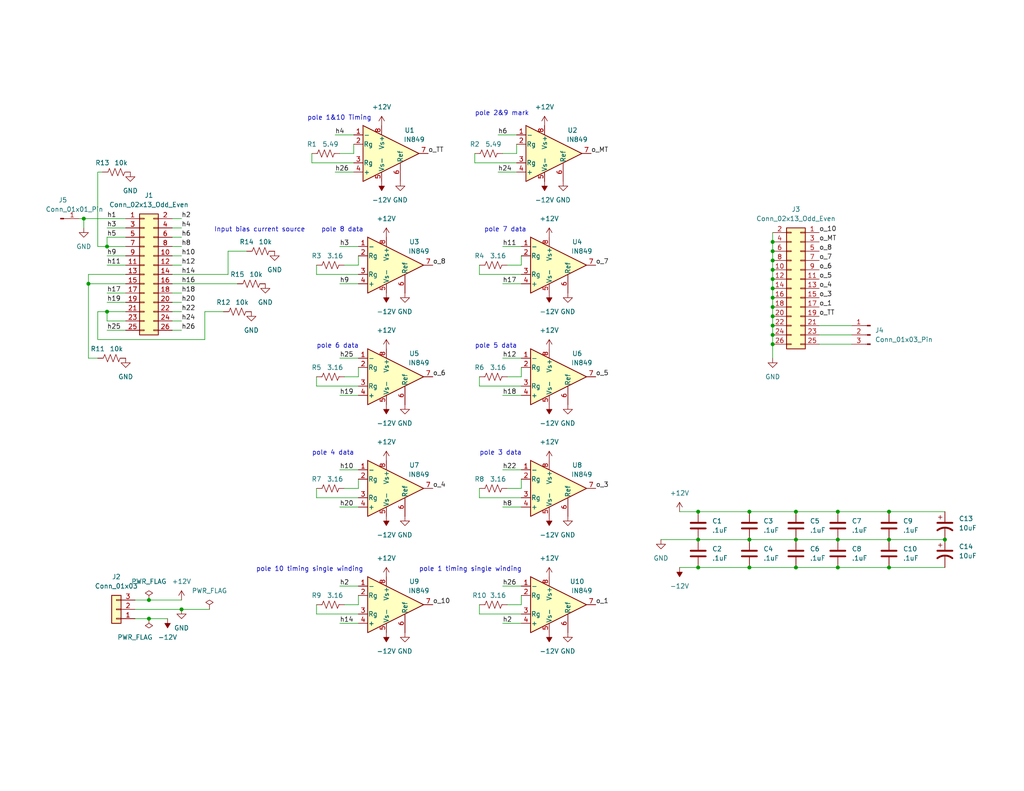
<source format=kicad_sch>
(kicad_sch (version 20250114) (generator "eeschema") (generator_version "9.0")
  (paper "USLetter")
  (lib_symbols
    (symbol "Amplifier_Instrumentation:AD8236" (pin_names (offset 0.127))
      (property "Reference" "U" (at 3.81 7.62 0))
      (property "Value" "AD8236" (at 3.81 5.08 0))
      (symbol "AD8236_0_1"
        (polyline (pts (xy -7.62 7.62) (xy -7.62 -7.62) (xy 7.62 0) (xy -7.62 7.62)) (stroke (width 0.254)) (fill (type background)))
      )
      (symbol "AD8236_1_1"
        (pin input line (at -10.16 5.08 0) (length 2.54) (name "-") (number "1"))
        (pin passive line (at -10.16 2.54 0) (length 2.54) (name "Rg") (number "2"))
        (pin passive line (at -10.16 -2.54 0) (length 2.54) (name "Rg") (number "3"))
        (pin input line (at -10.16 -5.08 0) (length 2.54) (name "+") (number "4"))
        (pin power_in line (at -2.54 7.62 270) (length 2.54) (name "Vs+") (number "8"))
        (pin power_in line (at -2.54 -7.62 90) (length 2.54) (name "Vs-") (number "5"))
        (pin passive line (at 2.54 -7.62 90) (length 5.08) (name "Ref") (number "6"))
        (pin output line (at 10.16 0 180) (length 2.54) (name "~") (number "7"))
      )
    )
    (symbol "Connector:Conn_01x01_Pin" (pin_names (offset 1.016) (hide yes))
      (property "Reference" "J" (at 0 2.54 0))
      (property "Value" "Conn_01x01_Pin" (at 0 -2.54 0))
      (symbol "Conn_01x01_Pin_1_1"
        (rectangle (start 0.8636 0.127) (end 0 -0.127) (stroke (width 0.1524)) (fill (type outline)))
        (polyline (pts (xy 1.27 0) (xy 0.8636 0)) (stroke (width 0.1524)))
        (pin passive line (at 5.08 0 180) (length 3.81) (name "Pin_1") (number "1"))
      )
    )
    (symbol "Connector:Conn_01x03_Pin" (pin_names (offset 1.016) (hide yes))
      (property "Reference" "J" (at 0 5.08 0))
      (property "Value" "Conn_01x03_Pin" (at 0 -5.08 0))
      (symbol "Conn_01x03_Pin_1_1"
        (rectangle (start 0.8636 2.667) (end 0 2.413) (stroke (width 0.1524)) (fill (type outline)))
        (rectangle (start 0.8636 0.127) (end 0 -0.127) (stroke (width 0.1524)) (fill (type outline)))
        (rectangle (start 0.8636 -2.413) (end 0 -2.667) (stroke (width 0.1524)) (fill (type outline)))
        (polyline (pts (xy 1.27 2.54) (xy 0.8636 2.54)) (stroke (width 0.1524)))
        (polyline (pts (xy 1.27 0) (xy 0.8636 0)) (stroke (width 0.1524)))
        (polyline (pts (xy 1.27 -2.54) (xy 0.8636 -2.54)) (stroke (width 0.1524)))
        (pin passive line (at 5.08 2.54 180) (length 3.81) (name "Pin_1") (number "1"))
        (pin passive line (at 5.08 0 180) (length 3.81) (name "Pin_2") (number "2"))
        (pin passive line (at 5.08 -2.54 180) (length 3.81) (name "Pin_3") (number "3"))
      )
    )
    (symbol "Connector_Generic:Conn_01x03" (pin_names (offset 1.016) (hide yes))
      (property "Reference" "J" (at 0 5.08 0))
      (property "Value" "Conn_01x03" (at 0 -5.08 0))
      (symbol "Conn_01x03_1_1"
        (rectangle (start -1.27 3.81) (end 1.27 -3.81) (stroke (width 0.254)) (fill (type background)))
        (rectangle (start -1.27 2.667) (end 0 2.413) (stroke (width 0.1524)))
        (rectangle (start -1.27 0.127) (end 0 -0.127) (stroke (width 0.1524)))
        (rectangle (start -1.27 -2.413) (end 0 -2.667) (stroke (width 0.1524)))
        (pin passive line (at -5.08 2.54 0) (length 3.81) (name "Pin_1") (number "1"))
        (pin passive line (at -5.08 0 0) (length 3.81) (name "Pin_2") (number "2"))
        (pin passive line (at -5.08 -2.54 0) (length 3.81) (name "Pin_3") (number "3"))
      )
    )
    (symbol "Connector_Generic:Conn_02x13_Odd_Even" (pin_names (offset 1.016) (hide yes))
      (property "Reference" "J" (at 1.27 17.78 0))
      (property "Value" "Conn_02x13_Odd_Even" (at 1.27 -17.78 0))
      (symbol "Conn_02x13_Odd_Even_1_1"
        (rectangle (start -1.27 16.51) (end 3.81 -16.51) (stroke (width 0.254)) (fill (type background)))
        (rectangle (start -1.27 15.367) (end 0 15.113) (stroke (width 0.1524)))
        (rectangle (start -1.27 12.827) (end 0 12.573) (stroke (width 0.1524)))
        (rectangle (start -1.27 10.287) (end 0 10.033) (stroke (width 0.1524)))
        (rectangle (start -1.27 7.747) (end 0 7.493) (stroke (width 0.1524)))
        (rectangle (start -1.27 5.207) (end 0 4.953) (stroke (width 0.1524)))
        (rectangle (start -1.27 2.667) (end 0 2.413) (stroke (width 0.1524)))
        (rectangle (start -1.27 0.127) (end 0 -0.127) (stroke (width 0.1524)))
        (rectangle (start -1.27 -2.413) (end 0 -2.667) (stroke (width 0.1524)))
        (rectangle (start -1.27 -4.953) (end 0 -5.207) (stroke (width 0.1524)))
        (rectangle (start -1.27 -7.493) (end 0 -7.747) (stroke (width 0.1524)))
        (rectangle (start -1.27 -10.033) (end 0 -10.287) (stroke (width 0.1524)))
        (rectangle (start -1.27 -12.573) (end 0 -12.827) (stroke (width 0.1524)))
        (rectangle (start -1.27 -15.113) (end 0 -15.367) (stroke (width 0.1524)))
        (rectangle (start 3.81 15.367) (end 2.54 15.113) (stroke (width 0.1524)))
        (rectangle (start 3.81 12.827) (end 2.54 12.573) (stroke (width 0.1524)))
        (rectangle (start 3.81 10.287) (end 2.54 10.033) (stroke (width 0.1524)))
        (rectangle (start 3.81 7.747) (end 2.54 7.493) (stroke (width 0.1524)))
        (rectangle (start 3.81 5.207) (end 2.54 4.953) (stroke (width 0.1524)))
        (rectangle (start 3.81 2.667) (end 2.54 2.413) (stroke (width 0.1524)))
        (rectangle (start 3.81 0.127) (end 2.54 -0.127) (stroke (width 0.1524)))
        (rectangle (start 3.81 -2.413) (end 2.54 -2.667) (stroke (width 0.1524)))
        (rectangle (start 3.81 -4.953) (end 2.54 -5.207) (stroke (width 0.1524)))
        (rectangle (start 3.81 -7.493) (end 2.54 -7.747) (stroke (width 0.1524)))
        (rectangle (start 3.81 -10.033) (end 2.54 -10.287) (stroke (width 0.1524)))
        (rectangle (start 3.81 -12.573) (end 2.54 -12.827) (stroke (width 0.1524)))
        (rectangle (start 3.81 -15.113) (end 2.54 -15.367) (stroke (width 0.1524)))
        (pin passive line (at -5.08 15.24 0) (length 3.81) (name "Pin_1") (number "1"))
        (pin passive line (at -5.08 12.7 0) (length 3.81) (name "Pin_3") (number "3"))
        (pin passive line (at -5.08 10.16 0) (length 3.81) (name "Pin_5") (number "5"))
        (pin passive line (at -5.08 7.62 0) (length 3.81) (name "Pin_7") (number "7"))
        (pin passive line (at -5.08 5.08 0) (length 3.81) (name "Pin_9") (number "9"))
        (pin passive line (at -5.08 2.54 0) (length 3.81) (name "Pin_11") (number "11"))
        (pin passive line (at -5.08 0 0) (length 3.81) (name "Pin_13") (number "13"))
        (pin passive line (at -5.08 -2.54 0) (length 3.81) (name "Pin_15") (number "15"))
        (pin passive line (at -5.08 -5.08 0) (length 3.81) (name "Pin_17") (number "17"))
        (pin passive line (at -5.08 -7.62 0) (length 3.81) (name "Pin_19") (number "19"))
        (pin passive line (at -5.08 -10.16 0) (length 3.81) (name "Pin_21") (number "21"))
        (pin passive line (at -5.08 -12.7 0) (length 3.81) (name "Pin_23") (number "23"))
        (pin passive line (at -5.08 -15.24 0) (length 3.81) (name "Pin_25") (number "25"))
        (pin passive line (at 7.62 15.24 180) (length 3.81) (name "Pin_2") (number "2"))
        (pin passive line (at 7.62 12.7 180) (length 3.81) (name "Pin_4") (number "4"))
        (pin passive line (at 7.62 10.16 180) (length 3.81) (name "Pin_6") (number "6"))
        (pin passive line (at 7.62 7.62 180) (length 3.81) (name "Pin_8") (number "8"))
        (pin passive line (at 7.62 5.08 180) (length 3.81) (name "Pin_10") (number "10"))
        (pin passive line (at 7.62 2.54 180) (length 3.81) (name "Pin_12") (number "12"))
        (pin passive line (at 7.62 0 180) (length 3.81) (name "Pin_14") (number "14"))
        (pin passive line (at 7.62 -2.54 180) (length 3.81) (name "Pin_16") (number "16"))
        (pin passive line (at 7.62 -5.08 180) (length 3.81) (name "Pin_18") (number "18"))
        (pin passive line (at 7.62 -7.62 180) (length 3.81) (name "Pin_20") (number "20"))
        (pin passive line (at 7.62 -10.16 180) (length 3.81) (name "Pin_22") (number "22"))
        (pin passive line (at 7.62 -12.7 180) (length 3.81) (name "Pin_24") (number "24"))
        (pin passive line (at 7.62 -15.24 180) (length 3.81) (name "Pin_26") (number "26"))
      )
    )
    (symbol "Device:C" (pin_numbers (hide yes)) (pin_names (offset 0.254))
      (property "Reference" "C" (at 0.635 2.54 0))
      (property "Value" "C" (at 0.635 -2.54 0))
      (symbol "C_0_1"
        (polyline (pts (xy -2.032 0.762) (xy 2.032 0.762)) (stroke (width 0.508)))
        (polyline (pts (xy -2.032 -0.762) (xy 2.032 -0.762)) (stroke (width 0.508)))
      )
      (symbol "C_1_1"
        (pin passive line (at 0 3.81 270) (length 2.794) (name "~") (number "1"))
        (pin passive line (at 0 -3.81 90) (length 2.794) (name "~") (number "2"))
      )
    )
    (symbol "Device:C_Polarized_US" (pin_numbers (hide yes)) (pin_names (offset 0.254) (hide yes))
      (property "Reference" "C" (at 0.635 2.54 0))
      (property "Value" "C_Polarized_US" (at 0.635 -2.54 0))
      (symbol "C_Polarized_US_0_1"
        (polyline (pts (xy -2.032 0.762) (xy 2.032 0.762)) (stroke (width 0.508)))
        (polyline (pts (xy -1.778 2.286) (xy -0.762 2.286)))
        (polyline (pts (xy -1.27 1.778) (xy -1.27 2.794)))
        (arc (start -2.032 -1.27) (mid 0 -0.5572) (end 2.032 -1.27) (stroke (width 0.508)))
      )
      (symbol "C_Polarized_US_1_1"
        (pin passive line (at 0 3.81 270) (length 2.794) (name "~") (number "1"))
        (pin passive line (at 0 -3.81 90) (length 3.302) (name "~") (number "2"))
      )
    )
    (symbol "Device:R_US" (pin_numbers (hide yes)) (pin_names (offset 0))
      (property "Reference" "R" (at 2.54 0 90))
      (property "Value" "R_US" (at -2.54 0 90))
      (symbol "R_US_0_1"
        (polyline (pts (xy 0 2.286) (xy 0 2.54)))
        (polyline (pts (xy 0 2.286) (xy 1.016 1.905) (xy 0 1.524) (xy -1.016 1.143) (xy 0 0.762)))
        (polyline (pts (xy 0 0.762) (xy 1.016 0.381) (xy 0 0) (xy -1.016 -0.381) (xy 0 -0.762)))
        (polyline (pts (xy 0 -0.762) (xy 1.016 -1.143) (xy 0 -1.524) (xy -1.016 -1.905) (xy 0 -2.286)))
        (polyline (pts (xy 0 -2.286) (xy 0 -2.54)))
      )
      (symbol "R_US_1_1"
        (pin passive line (at 0 3.81 270) (length 1.27) (name "~") (number "1"))
        (pin passive line (at 0 -3.81 90) (length 1.27) (name "~") (number "2"))
      )
    )
    (symbol "GND_1" (power) (pin_numbers (hide yes)) (pin_names (offset 0) (hide yes))
      (property "Value" "GND" (at 0 -3.81 0))
      (symbol "GND_1_0_1"
        (polyline (pts (xy 0 0) (xy 0 -1.27) (xy 1.27 -1.27) (xy 0 -2.54) (xy -1.27 -1.27) (xy 0 -1.27)))
      )
      (symbol "GND_1_1_1"
        (pin power_in line (at 0 0 270) (length 0) (name "~") (number "1"))
      )
    )
    (symbol "power:+12V" (power) (pin_names (offset 0))
      (property "Value" "+12V" (at 0 3.556 0))
      (symbol "+12V_0_1"
        (polyline (pts (xy -0.762 1.27) (xy 0 2.54)))
        (polyline (pts (xy 0 2.54) (xy 0.762 1.27)))
        (polyline (pts (xy 0 0) (xy 0 2.54)))
      )
      (symbol "+12V_1_1"
        (pin power_in line (at 0 0 90) (length 0) (hide yes) (name "+12V") (number "1"))
      )
    )
    (symbol "power:-12V" (power) (pin_names (offset 0))
      (property "Value" "-12V" (at 0 3.81 0))
      (symbol "-12V_0_0"
        (pin power_in line (at 0 0 90) (length 0) (hide yes) (name "-12V") (number "1"))
      )
      (symbol "-12V_0_1"
        (polyline (pts (xy 0 0) (xy 0 1.27) (xy 0.762 1.27) (xy 0 2.54) (xy -0.762 1.27) (xy 0 1.27)) (fill (type outline)))
      )
    )
    (symbol "power:GND" (power) (pin_names (offset 0))
      (property "Value" "GND" (at 0 -3.81 0))
      (symbol "GND_0_1"
        (polyline (pts (xy 0 0) (xy 0 -1.27) (xy 1.27 -1.27) (xy 0 -2.54) (xy -1.27 -1.27) (xy 0 -1.27)))
      )
      (symbol "GND_1_1"
        (pin power_in line (at 0 0 270) (length 0) (hide yes) (name "GND") (number "1"))
      )
    )
    (symbol "power:PWR_FLAG" (power) (pin_numbers (hide yes)) (pin_names (offset 0) (hide yes))
      (property "Value" "PWR_FLAG" (at 0 3.81 0))
      (symbol "PWR_FLAG_0_0"
        (pin power_out line (at 0 0 90) (length 0) (name "pwr") (number "1"))
      )
      (symbol "PWR_FLAG_0_1"
        (polyline (pts (xy 0 0) (xy 0 1.27) (xy -1.016 1.905) (xy 0 2.54) (xy 1.016 1.905) (xy 0 1.27)))
      )
    )
  )
  (text "Input bias current source" (at 58.42 63.5 0) (effects (font (size 1.27 1.27)) (justify left bottom)))
  (text "pole 3 data" (at 130.81 124.46 0) (effects (font (size 1.27 1.27)) (justify left bottom)))
  (text "pole 7 data" (at 132.08 63.5 0) (effects (font (size 1.27 1.27)) (justify left bottom)))
  (text "pole 6 data" (at 86.36 95.25 0) (effects (font (size 1.27 1.27)) (justify left bottom)))
  (text "pole 1&10 Timing\n" (at 83.82 33.02 0) (effects (font (size 1.27 1.27)) (justify left bottom)))
  (text "pole 10 timing single winding\n" (at 69.85 156.21 0) (effects (font (size 1.27 1.27)) (justify left bottom)))
  (text "pole 2&9 mark\n" (at 129.54 31.75 0) (effects (font (size 1.27 1.27)) (justify left bottom)))
  (text "pole 8 data" (at 87.63 63.5 0) (effects (font (size 1.27 1.27)) (justify left bottom)))
  (text "pole 1 timing single winding\n" (at 114.3 156.21 0) (effects (font (size 1.27 1.27)) (justify left bottom)))
  (text "pole 5 data" (at 129.54 95.25 0) (effects (font (size 1.27 1.27)) (justify left bottom)))
  (text "pole 4 data" (at 85.09 124.46 0) (effects (font (size 1.27 1.27)) (justify left bottom)))
  (junction (at 24.13 77.47))
  (junction (at 210.82 81.28))
  (junction (at 190.5 154.94))
  (junction (at 210.82 71.12))
  (junction (at 257.81 147.32))
  (junction (at 40.64 168.91))
  (junction (at 242.57 139.7))
  (junction (at 210.82 88.9))
  (junction (at 204.47 139.7))
  (junction (at 210.82 76.2))
  (junction (at 242.57 154.94))
  (junction (at 49.53 166.37))
  (junction (at 210.82 83.82))
  (junction (at 210.82 93.98))
  (junction (at 204.47 147.32))
  (junction (at 190.5 147.32))
  (junction (at 228.6 147.32))
  (junction (at 228.6 139.7))
  (junction (at 29.21 85.09))
  (junction (at 228.6 154.94))
  (junction (at 210.82 68.58))
  (junction (at 210.82 73.66))
  (junction (at 204.47 154.94))
  (junction (at 210.82 78.74))
  (junction (at 22.86 59.69))
  (junction (at 242.57 147.32))
  (junction (at 217.17 147.32))
  (junction (at 190.5 139.7))
  (junction (at 210.82 86.36))
  (junction (at 29.21 67.31))
  (junction (at 210.82 91.44))
  (junction (at 40.64 163.83))
  (junction (at 210.82 66.04))
  (junction (at 217.17 154.94))
  (junction (at 217.17 139.7))
  (wire (pts (xy 204.47 139.7) (xy 217.17 139.7)))
  (wire (pts (xy 93.98 102.87) (xy 97.79 102.87)))
  (wire (pts (xy 24.13 77.47) (xy 34.29 77.47)))
  (wire (pts (xy 210.82 71.12) (xy 210.82 73.66)))
  (wire (pts (xy 46.99 72.39) (xy 49.53 72.39)))
  (wire (pts (xy 138.43 165.1) (xy 142.24 165.1)))
  (wire (pts (xy 29.21 80.01) (xy 34.29 80.01)))
  (wire (pts (xy 91.44 36.83) (xy 96.52 36.83)))
  (wire (pts (xy 91.44 46.99) (xy 96.52 46.99)))
  (wire (pts (xy 138.43 133.35) (xy 142.24 133.35)))
  (wire (pts (xy 62.23 68.58) (xy 67.31 68.58)))
  (wire (pts (xy 29.21 87.63) (xy 34.29 87.63)))
  (wire (pts (xy 210.82 81.28) (xy 210.82 83.82)))
  (wire (pts (xy 210.82 63.5) (xy 210.82 66.04)))
  (wire (pts (xy 92.71 138.43) (xy 97.79 138.43)))
  (wire (pts (xy 242.57 154.94) (xy 257.81 154.94)))
  (wire (pts (xy 26.67 67.31) (xy 29.21 67.31)))
  (wire (pts (xy 46.99 69.85) (xy 49.53 69.85)))
  (wire (pts (xy 135.89 36.83) (xy 140.97 36.83)))
  (wire (pts (xy 138.43 102.87) (xy 142.24 102.87)))
  (wire (pts (xy 46.99 87.63) (xy 49.53 87.63)))
  (wire (pts (xy 210.82 78.74) (xy 210.82 81.28)))
  (wire (pts (xy 97.79 133.35) (xy 97.79 130.81)))
  (wire (pts (xy 24.13 97.79) (xy 26.67 97.79)))
  (wire (pts (xy 185.42 154.94) (xy 190.5 154.94)))
  (wire (pts (xy 86.36 167.64) (xy 86.36 165.1)))
  (wire (pts (xy 24.13 77.47) (xy 24.13 97.79)))
  (wire (pts (xy 26.67 85.09) (xy 29.21 85.09)))
  (wire (pts (xy 46.99 62.23) (xy 49.53 62.23)))
  (wire (pts (xy 130.81 105.41) (xy 130.81 102.87)))
  (wire (pts (xy 36.83 163.83) (xy 40.64 163.83)))
  (wire (pts (xy 46.99 74.93) (xy 62.23 74.93)))
  (wire (pts (xy 97.79 135.89) (xy 86.36 135.89)))
  (wire (pts (xy 62.23 74.93) (xy 62.23 68.58)))
  (wire (pts (xy 190.5 139.7) (xy 204.47 139.7)))
  (wire (pts (xy 29.21 85.09) (xy 29.21 87.63)))
  (wire (pts (xy 29.21 69.85) (xy 34.29 69.85)))
  (wire (pts (xy 92.71 41.91) (xy 96.52 41.91)))
  (wire (pts (xy 22.86 59.69) (xy 34.29 59.69)))
  (wire (pts (xy 92.71 170.18) (xy 97.79 170.18)))
  (wire (pts (xy 210.82 91.44) (xy 210.82 93.98)))
  (wire (pts (xy 92.71 107.95) (xy 97.79 107.95)))
  (wire (pts (xy 97.79 105.41) (xy 86.36 105.41)))
  (wire (pts (xy 92.71 77.47) (xy 97.79 77.47)))
  (wire (pts (xy 130.81 74.93) (xy 130.81 72.39)))
  (wire (pts (xy 55.88 85.09) (xy 60.96 85.09)))
  (wire (pts (xy 55.88 85.09) (xy 55.88 92.71)))
  (wire (pts (xy 140.97 41.91) (xy 140.97 39.37)))
  (wire (pts (xy 46.99 85.09) (xy 49.53 85.09)))
  (wire (pts (xy 228.6 147.32) (xy 242.57 147.32)))
  (wire (pts (xy 29.21 64.77) (xy 34.29 64.77)))
  (wire (pts (xy 185.42 139.7) (xy 190.5 139.7)))
  (wire (pts (xy 142.24 135.89) (xy 130.81 135.89)))
  (wire (pts (xy 55.88 92.71) (xy 26.67 92.71)))
  (wire (pts (xy 29.21 62.23) (xy 34.29 62.23)))
  (wire (pts (xy 204.47 154.94) (xy 217.17 154.94)))
  (wire (pts (xy 142.24 102.87) (xy 142.24 100.33)))
  (wire (pts (xy 210.82 83.82) (xy 210.82 86.36)))
  (wire (pts (xy 29.21 67.31) (xy 34.29 67.31)))
  (wire (pts (xy 46.99 64.77) (xy 49.53 64.77)))
  (wire (pts (xy 138.43 72.39) (xy 142.24 72.39)))
  (wire (pts (xy 86.36 74.93) (xy 86.36 72.39)))
  (wire (pts (xy 29.21 64.77) (xy 29.21 67.31)))
  (wire (pts (xy 242.57 139.7) (xy 257.81 139.7)))
  (wire (pts (xy 137.16 97.79) (xy 142.24 97.79)))
  (wire (pts (xy 92.71 97.79) (xy 97.79 97.79)))
  (wire (pts (xy 210.82 68.58) (xy 210.82 71.12)))
  (wire (pts (xy 137.16 77.47) (xy 142.24 77.47)))
  (wire (pts (xy 180.34 147.32) (xy 190.5 147.32)))
  (wire (pts (xy 93.98 165.1) (xy 97.79 165.1)))
  (wire (pts (xy 223.52 91.44) (xy 232.41 91.44)))
  (wire (pts (xy 217.17 154.94) (xy 228.6 154.94)))
  (wire (pts (xy 97.79 165.1) (xy 97.79 162.56)))
  (wire (pts (xy 223.52 88.9) (xy 232.41 88.9)))
  (wire (pts (xy 129.54 44.45) (xy 129.54 41.91)))
  (wire (pts (xy 29.21 72.39) (xy 34.29 72.39)))
  (wire (pts (xy 97.79 72.39) (xy 97.79 69.85)))
  (wire (pts (xy 96.52 44.45) (xy 85.09 44.45)))
  (wire (pts (xy 86.36 105.41) (xy 86.36 102.87)))
  (wire (pts (xy 40.64 168.91) (xy 45.72 168.91)))
  (wire (pts (xy 49.53 166.37) (xy 57.15 166.37)))
  (wire (pts (xy 93.98 72.39) (xy 97.79 72.39)))
  (wire (pts (xy 97.79 74.93) (xy 86.36 74.93)))
  (wire (pts (xy 26.67 92.71) (xy 26.67 85.09)))
  (wire (pts (xy 36.83 168.91) (xy 40.64 168.91)))
  (wire (pts (xy 92.71 160.02) (xy 97.79 160.02)))
  (wire (pts (xy 46.99 59.69) (xy 49.53 59.69)))
  (wire (pts (xy 228.6 154.94) (xy 242.57 154.94)))
  (wire (pts (xy 137.16 170.18) (xy 142.24 170.18)))
  (wire (pts (xy 46.99 80.01) (xy 49.53 80.01)))
  (wire (pts (xy 21.59 59.69) (xy 22.86 59.69)))
  (wire (pts (xy 130.81 135.89) (xy 130.81 133.35)))
  (wire (pts (xy 93.98 133.35) (xy 97.79 133.35)))
  (wire (pts (xy 223.52 93.98) (xy 232.41 93.98)))
  (wire (pts (xy 190.5 147.32) (xy 204.47 147.32)))
  (wire (pts (xy 85.09 44.45) (xy 85.09 41.91)))
  (wire (pts (xy 137.16 41.91) (xy 140.97 41.91)))
  (wire (pts (xy 137.16 107.95) (xy 142.24 107.95)))
  (wire (pts (xy 46.99 77.47) (xy 64.77 77.47)))
  (wire (pts (xy 29.21 82.55) (xy 34.29 82.55)))
  (wire (pts (xy 46.99 67.31) (xy 49.53 67.31)))
  (wire (pts (xy 26.67 46.99) (xy 26.67 67.31)))
  (wire (pts (xy 92.71 67.31) (xy 97.79 67.31)))
  (wire (pts (xy 210.82 88.9) (xy 210.82 91.44)))
  (wire (pts (xy 142.24 167.64) (xy 130.81 167.64)))
  (wire (pts (xy 210.82 73.66) (xy 210.82 76.2)))
  (wire (pts (xy 29.21 90.17) (xy 34.29 90.17)))
  (wire (pts (xy 210.82 76.2) (xy 210.82 78.74)))
  (wire (pts (xy 217.17 147.32) (xy 228.6 147.32)))
  (wire (pts (xy 46.99 82.55) (xy 49.53 82.55)))
  (wire (pts (xy 97.79 167.64) (xy 86.36 167.64)))
  (wire (pts (xy 210.82 93.98) (xy 210.82 97.79)))
  (wire (pts (xy 137.16 160.02) (xy 142.24 160.02)))
  (wire (pts (xy 36.83 166.37) (xy 49.53 166.37)))
  (wire (pts (xy 86.36 135.89) (xy 86.36 133.35)))
  (wire (pts (xy 96.52 41.91) (xy 96.52 39.37)))
  (wire (pts (xy 40.64 163.83) (xy 49.53 163.83)))
  (wire (pts (xy 142.24 133.35) (xy 142.24 130.81)))
  (wire (pts (xy 24.13 74.93) (xy 34.29 74.93)))
  (wire (pts (xy 137.16 138.43) (xy 142.24 138.43)))
  (wire (pts (xy 242.57 147.32) (xy 257.81 147.32)))
  (wire (pts (xy 135.89 46.99) (xy 140.97 46.99)))
  (wire (pts (xy 46.99 90.17) (xy 49.53 90.17)))
  (wire (pts (xy 140.97 44.45) (xy 129.54 44.45)))
  (wire (pts (xy 137.16 128.27) (xy 142.24 128.27)))
  (wire (pts (xy 142.24 165.1) (xy 142.24 162.56)))
  (wire (pts (xy 137.16 67.31) (xy 142.24 67.31)))
  (wire (pts (xy 204.47 147.32) (xy 217.17 147.32)))
  (wire (pts (xy 210.82 66.04) (xy 210.82 68.58)))
  (wire (pts (xy 26.67 46.99) (xy 27.94 46.99)))
  (wire (pts (xy 210.82 86.36) (xy 210.82 88.9)))
  (wire (pts (xy 92.71 128.27) (xy 97.79 128.27)))
  (wire (pts (xy 142.24 74.93) (xy 130.81 74.93)))
  (wire (pts (xy 190.5 154.94) (xy 204.47 154.94)))
  (wire (pts (xy 228.6 139.7) (xy 242.57 139.7)))
  (wire (pts (xy 142.24 72.39) (xy 142.24 69.85)))
  (wire (pts (xy 24.13 74.93) (xy 24.13 77.47)))
  (wire (pts (xy 29.21 85.09) (xy 34.29 85.09)))
  (wire (pts (xy 130.81 167.64) (xy 130.81 165.1)))
  (wire (pts (xy 97.79 102.87) (xy 97.79 100.33)))
  (wire (pts (xy 22.86 59.69) (xy 22.86 62.23)))
  (wire (pts (xy 217.17 139.7) (xy 228.6 139.7)))
  (wire (pts (xy 142.24 105.41) (xy 130.81 105.41)))
  (label "h20" (at 49.53 82.55 0))
  (label "h20" (at 92.71 138.43 0))
  (label "o_TT" (at 223.52 86.36 0))
  (label "h4" (at 49.53 62.23 0))
  (label "h24" (at 49.53 87.63 0))
  (label "h10" (at 92.71 128.27 0))
  (label "h17" (at 29.21 80.01 0))
  (label "o_MT" (at 223.52 66.04 0))
  (label "o_6" (at 118.11 102.87 0))
  (label "h3" (at 29.21 62.23 0))
  (label "h14" (at 92.71 170.18 0))
  (label "o_MT" (at 161.29 41.91 0))
  (label "h6" (at 49.53 64.77 0))
  (label "h25" (at 92.71 97.79 0))
  (label "h12" (at 137.16 97.79 0))
  (label "h8" (at 137.16 138.43 0))
  (label "h19" (at 92.71 107.95 0))
  (label "o_6" (at 223.52 73.66 0))
  (label "o_10" (at 118.11 165.1 0))
  (label "h4" (at 91.44 36.83 0))
  (label "o_7" (at 162.56 72.39 0))
  (label "h16" (at 49.53 77.47 0))
  (label "h11" (at 137.16 67.31 0))
  (label "h25" (at 29.21 90.17 0))
  (label "h9" (at 92.71 77.47 0))
  (label "h5" (at 29.21 64.77 0))
  (label "h6" (at 135.89 36.83 0))
  (label "h2" (at 137.16 170.18 0))
  (label "o_1" (at 223.52 83.82 0))
  (label "h1" (at 29.21 59.69 0))
  (label "o_4" (at 118.11 133.35 0))
  (label "o_5" (at 223.52 76.2 0))
  (label "h3" (at 92.71 67.31 0))
  (label "h26" (at 49.53 90.17 0))
  (label "o_8" (at 223.52 68.58 0))
  (label "o_1" (at 162.56 165.1 0))
  (label "o_5" (at 162.56 102.87 0))
  (label "h17" (at 137.16 77.47 0))
  (label "h12" (at 49.53 72.39 0))
  (label "h2" (at 92.71 160.02 0))
  (label "h9" (at 29.21 69.85 0))
  (label "h14" (at 49.53 74.93 0))
  (label "h2" (at 49.53 59.69 0))
  (label "o_TT" (at 116.84 41.91 0))
  (label "h26" (at 137.16 160.02 0))
  (label "o_10" (at 223.52 63.5 0))
  (label "h8" (at 49.53 67.31 0))
  (label "o_7" (at 223.52 71.12 0))
  (label "h26" (at 91.44 46.99 0))
  (label "h24" (at 135.89 46.99 0))
  (label "o_8" (at 118.11 72.39 0))
  (label "o_4" (at 223.52 78.74 0))
  (label "h18" (at 49.53 80.01 0))
  (label "h11" (at 29.21 72.39 0))
  (label "h19" (at 29.21 82.55 0))
  (label "h10" (at 49.53 69.85 0))
  (label "o_3" (at 223.52 81.28 0))
  (label "h18" (at 137.16 107.95 0))
  (label "h22" (at 137.16 128.27 0))
  (label "o_3" (at 162.56 133.35 0))
  (label "h22" (at 49.53 85.09 0))
  (symbol (lib_id "Amplifier_Instrumentation:AD8236") (at 107.95 165.1 0) (unit 1)
    (property "Reference" "U9" (at 113.03 158.75 0))
    (property "Value" "IN849" (at 114.3 161.29 0))
    (property "Footprint" "Library:VSSOP-8_3.0x3.0mm_P0.65mm-0.08space" (effects (hide yes)))
    (property "Datasheet" "https://www.ti.com/lit/ds/symlink/ina849.pdf?ts=1716794813326&ref_url=https%253A%252F%252Fwww.ti.com%252Faudio-ic%252Famplifiers%252Fmicrophone-preamplifiers%252Fproducts.html" (effects (hide yes)))
  )
  (symbol (lib_id "Device:C") (at 242.57 143.51 0) (unit 1)
    (property "Reference" "C9" (at 246.38 142.24 0) (effects (justify left)))
    (property "Value" ".1uF" (at 246.38 144.78 0) (effects (justify left)))
    (property "Footprint" "Capacitor_SMD:C_0805_2012Metric" (effects (hide yes)))
  )
  (symbol (lib_id "Device:R_US") (at 30.48 97.79 90) (unit 1)
    (property "Reference" "R11" (at 26.67 95.25 90))
    (property "Value" "10k" (at 31.75 95.25 90))
    (property "Footprint" "Resistor_SMD:R_0805_2012Metric" (effects (hide yes)))
  )
  (symbol (lib_id "Amplifier_Instrumentation:AD8236") (at 106.68 41.91 0) (unit 1)
    (property "Reference" "U1" (at 111.76 35.56 0))
    (property "Value" "IN849" (at 113.03 38.1 0))
    (property "Footprint" "Library:VSSOP-8_3.0x3.0mm_P0.65mm-0.08space" (effects (hide yes)))
    (property "Datasheet" "https://www.ti.com/lit/ds/symlink/ina849.pdf?ts=1716794813326&ref_url=https%253A%252F%252Fwww.ti.com%252Faudio-ic%252Famplifiers%252Fmicrophone-preamplifiers%252Fproducts.html" (effects (hide yes)))
  )
  (symbol (lib_id "Amplifier_Instrumentation:AD8236") (at 152.4 102.87 0) (unit 1)
    (property "Reference" "U6" (at 157.48 96.52 0))
    (property "Value" "IN849" (at 158.75 99.06 0))
    (property "Footprint" "Library:VSSOP-8_3.0x3.0mm_P0.65mm-0.08space" (effects (hide yes)))
    (property "Datasheet" "https://www.ti.com/lit/ds/symlink/ina849.pdf?ts=1716794813326&ref_url=https%253A%252F%252Fwww.ti.com%252Faudio-ic%252Famplifiers%252Fmicrophone-preamplifiers%252Fproducts.html" (effects (hide yes)))
  )
  (symbol (lib_id "power:+12V") (at 104.14 34.29 0) (unit 1)
    (property "Reference" "#PWR01" (effects (hide yes)))
    (property "Value" "+12V" (at 104.14 29.21 0))
  )
  (symbol (lib_id "Device:C") (at 217.17 143.51 0) (unit 1)
    (property "Reference" "C5" (at 220.98 142.24 0) (effects (justify left)))
    (property "Value" ".1uF" (at 220.98 144.78 0) (effects (justify left)))
    (property "Footprint" "Capacitor_SMD:C_0805_2012Metric" (effects (hide yes)))
  )
  (symbol (lib_id "Amplifier_Instrumentation:AD8236") (at 152.4 133.35 0) (unit 1)
    (property "Reference" "U8" (at 157.48 127 0))
    (property "Value" "IN849" (at 158.75 129.54 0))
    (property "Footprint" "Library:VSSOP-8_3.0x3.0mm_P0.65mm-0.08space" (effects (hide yes)))
    (property "Datasheet" "https://www.ti.com/lit/ds/symlink/ina849.pdf?ts=1716794813326&ref_url=https%253A%252F%252Fwww.ti.com%252Faudio-ic%252Famplifiers%252Fmicrophone-preamplifiers%252Fproducts.html" (effects (hide yes)))
  )
  (symbol (lib_id "power:GND") (at 154.94 80.01 0) (unit 1)
    (property "Reference" "#PWR012" (effects (hide yes)))
    (property "Value" "GND" (at 154.94 85.09 0))
  )
  (symbol (lib_id "Device:C") (at 228.6 151.13 0) (unit 1)
    (property "Reference" "C8" (at 232.41 149.86 0) (effects (justify left)))
    (property "Value" ".1uF" (at 232.41 152.4 0) (effects (justify left)))
    (property "Footprint" "Capacitor_SMD:C_0805_2012Metric" (effects (hide yes)))
  )
  (symbol (lib_id "Device:C") (at 190.5 143.51 0) (unit 1)
    (property "Reference" "C1" (at 194.31 142.24 0) (effects (justify left)))
    (property "Value" ".1uF" (at 194.31 144.78 0) (effects (justify left)))
    (property "Footprint" "Capacitor_SMD:C_0805_2012Metric" (effects (hide yes)))
  )
  (symbol (lib_id "power:GND") (at 154.94 140.97 0) (unit 1)
    (property "Reference" "#PWR024" (effects (hide yes)))
    (property "Value" "GND" (at 154.94 146.05 0))
  )
  (symbol (lib_id "power:-12V") (at 105.41 140.97 180) (unit 1)
    (property "Reference" "#PWR020" (effects (hide yes)))
    (property "Value" "-12V" (at 105.41 146.05 0))
  )
  (symbol (lib_id "power:GND") (at 210.82 97.79 0) (unit 1)
    (property "Reference" "#PWR039" (effects (hide yes)))
    (property "Value" "GND" (at 210.82 102.87 0))
  )
  (symbol (lib_id "Device:R_US") (at 90.17 72.39 90) (unit 1)
    (property "Reference" "R3" (at 86.36 69.85 90))
    (property "Value" "3.16" (at 91.44 69.85 90))
    (property "Footprint" "Resistor_SMD:R_0805_2012Metric" (effects (hide yes)))
  )
  (symbol (lib_id "Connector:Conn_01x01_Pin") (at 16.51 59.69 0) (unit 1)
    (property "Reference" "J5" (at 17.145 54.61 0))
    (property "Value" "Conn_01x01_Pin" (at 20.32 57.15 0))
    (property "Footprint" "Connector_PinHeader_2.54mm:PinHeader_1x01_P2.54mm_Vertical" (effects (hide yes)))
  )
  (symbol (lib_id "power:+12V") (at 185.42 139.7 0) (unit 1)
    (property "Reference" "#PWR038" (effects (hide yes)))
    (property "Value" "+12V" (at 185.42 134.62 0))
  )
  (symbol (lib_id "power:GND") (at 68.58 85.09 0) (unit 1)
    (property "Reference" "#PWR032" (effects (hide yes)))
    (property "Value" "GND" (at 68.58 90.17 0))
  )
  (symbol (lib_id "Device:R_US") (at 90.17 165.1 90) (unit 1)
    (property "Reference" "R9" (at 86.36 162.56 90))
    (property "Value" "3.16" (at 91.44 162.56 90))
    (property "Footprint" "Resistor_SMD:R_0805_2012Metric" (effects (hide yes)))
  )
  (symbol (lib_id "Device:R_US") (at 64.77 85.09 90) (unit 1)
    (property "Reference" "R12" (at 60.96 82.55 90))
    (property "Value" "10k" (at 66.04 82.55 90))
    (property "Footprint" "Resistor_SMD:R_0805_2012Metric" (effects (hide yes)))
  )
  (symbol (lib_id "power:+12V") (at 149.86 157.48 0) (unit 1)
    (property "Reference" "#PWR028" (effects (hide yes)))
    (property "Value" "+12V" (at 149.86 152.4 0))
  )
  (symbol (lib_id "power:+12V") (at 49.53 163.83 0) (unit 1)
    (property "Reference" "#PWR040" (effects (hide yes)))
    (property "Value" "+12V" (at 49.53 158.75 0))
  )
  (symbol (lib_id "Device:R_US") (at 90.17 102.87 90) (unit 1)
    (property "Reference" "R5" (at 86.36 100.33 90))
    (property "Value" "3.16" (at 91.44 100.33 90))
    (property "Footprint" "Resistor_SMD:R_0805_2012Metric" (effects (hide yes)))
  )
  (symbol (lib_id "Device:C") (at 190.5 151.13 0) (unit 1)
    (property "Reference" "C2" (at 194.31 149.86 0) (effects (justify left)))
    (property "Value" ".1uF" (at 194.31 152.4 0) (effects (justify left)))
    (property "Footprint" "Capacitor_SMD:C_0805_2012Metric" (effects (hide yes)))
  )
  (symbol (lib_id "power:GND") (at 153.67 49.53 0) (unit 1)
    (property "Reference" "#PWR06" (effects (hide yes)))
    (property "Value" "GND" (at 153.67 54.61 0))
  )
  (symbol (lib_id "power:+12V") (at 148.59 34.29 0) (unit 1)
    (property "Reference" "#PWR04" (effects (hide yes)))
    (property "Value" "+12V" (at 148.59 29.21 0))
  )
  (symbol (lib_id "power:PWR_FLAG") (at 40.64 163.83 0) (unit 1)
    (property "Reference" "#FLG01" (effects (hide yes)))
    (property "Value" "PWR_FLAG" (at 40.64 158.75 0))
  )
  (symbol (lib_id "power:GND") (at 110.49 140.97 0) (unit 1)
    (property "Reference" "#PWR021" (effects (hide yes)))
    (property "Value" "GND" (at 110.49 146.05 0))
  )
  (symbol (lib_id "Amplifier_Instrumentation:AD8236") (at 107.95 72.39 0) (unit 1)
    (property "Reference" "U3" (at 113.03 66.04 0))
    (property "Value" "IN849" (at 114.3 68.58 0))
    (property "Footprint" "Library:VSSOP-8_3.0x3.0mm_P0.65mm-0.08space" (effects (hide yes)))
    (property "Datasheet" "https://www.ti.com/lit/ds/symlink/ina849.pdf?ts=1716794813326&ref_url=https%253A%252F%252Fwww.ti.com%252Faudio-ic%252Famplifiers%252Fmicrophone-preamplifiers%252Fproducts.html" (effects (hide yes)))
  )
  (symbol (lib_id "Amplifier_Instrumentation:AD8236") (at 152.4 72.39 0) (unit 1)
    (property "Reference" "U4" (at 157.48 66.04 0))
    (property "Value" "IN849" (at 158.75 68.58 0))
    (property "Footprint" "Library:VSSOP-8_3.0x3.0mm_P0.65mm-0.08space" (effects (hide yes)))
    (property "Datasheet" "https://www.ti.com/lit/ds/symlink/ina849.pdf?ts=1716794813326&ref_url=https%253A%252F%252Fwww.ti.com%252Faudio-ic%252Famplifiers%252Fmicrophone-preamplifiers%252Fproducts.html" (effects (hide yes)))
  )
  (symbol (lib_id "power:-12V") (at 149.86 110.49 180) (unit 1)
    (property "Reference" "#PWR017" (effects (hide yes)))
    (property "Value" "-12V" (at 149.86 115.57 0))
  )
  (symbol (lib_id "power:GND") (at 110.49 172.72 0) (unit 1)
    (property "Reference" "#PWR027" (effects (hide yes)))
    (property "Value" "GND" (at 110.49 177.8 0))
  )
  (symbol (lib_id "power:+12V") (at 149.86 95.25 0) (unit 1)
    (property "Reference" "#PWR016" (effects (hide yes)))
    (property "Value" "+12V" (at 149.86 90.17 0))
  )
  (symbol (lib_id "Amplifier_Instrumentation:AD8236") (at 107.95 102.87 0) (unit 1)
    (property "Reference" "U5" (at 113.03 96.52 0))
    (property "Value" "IN849" (at 114.3 99.06 0))
    (property "Footprint" "Library:VSSOP-8_3.0x3.0mm_P0.65mm-0.08space" (effects (hide yes)))
    (property "Datasheet" "https://www.ti.com/lit/ds/symlink/ina849.pdf?ts=1716794813326&ref_url=https%253A%252F%252Fwww.ti.com%252Faudio-ic%252Famplifiers%252Fmicrophone-preamplifiers%252Fproducts.html" (effects (hide yes)))
  )
  (symbol (lib_id "Device:C") (at 217.17 151.13 0) (unit 1)
    (property "Reference" "C6" (at 220.98 149.86 0) (effects (justify left)))
    (property "Value" ".1uF" (at 220.98 152.4 0) (effects (justify left)))
    (property "Footprint" "Capacitor_SMD:C_0805_2012Metric" (effects (hide yes)))
  )
  (symbol (lib_id "power:-12V") (at 148.59 49.53 180) (unit 1)
    (property "Reference" "#PWR05" (effects (hide yes)))
    (property "Value" "-12V" (at 148.59 54.61 0))
  )
  (symbol (lib_id "Connector_Generic:Conn_01x03") (at 31.75 166.37 180) (unit 1)
    (property "Reference" "J2" (at 31.75 157.48 0))
    (property "Value" "Conn_01x03" (at 31.75 160.02 0))
    (property "Footprint" "Connector_JST:JST_PH_B3B-PH-K_1x03_P2.00mm_Vertical" (effects (hide yes)))
  )
  (symbol (lib_id "power:GND") (at 34.29 97.79 0) (unit 1)
    (property "Reference" "#PWR031" (effects (hide yes)))
    (property "Value" "GND" (at 34.29 102.87 0))
  )
  (symbol (lib_id "Device:C") (at 228.6 143.51 0) (unit 1)
    (property "Reference" "C7" (at 232.41 142.24 0) (effects (justify left)))
    (property "Value" ".1uF" (at 232.41 144.78 0) (effects (justify left)))
    (property "Footprint" "Capacitor_SMD:C_0805_2012Metric" (effects (hide yes)))
  )
  (symbol (lib_id "power:GND") (at 35.56 46.99 0) (unit 1)
    (property "Reference" "#PWR033" (effects (hide yes)))
    (property "Value" "GND" (at 35.56 52.07 0))
  )
  (symbol (lib_id "power:-12V") (at 185.42 154.94 180) (unit 1)
    (property "Reference" "#PWR037" (effects (hide yes)))
    (property "Value" "-12V" (at 185.42 160.02 0))
  )
  (symbol (lib_id "Amplifier_Instrumentation:AD8236") (at 151.13 41.91 0) (unit 1)
    (property "Reference" "U2" (at 156.21 35.56 0))
    (property "Value" "IN849" (at 157.48 38.1 0))
    (property "Footprint" "Library:VSSOP-8_3.0x3.0mm_P0.65mm-0.08space" (effects (hide yes)))
    (property "Datasheet" "https://www.ti.com/lit/ds/symlink/ina849.pdf?ts=1716794813326&ref_url=https%253A%252F%252Fwww.ti.com%252Faudio-ic%252Famplifiers%252Fmicrophone-preamplifiers%252Fproducts.html" (effects (hide yes)))
  )
  (symbol (lib_id "power:-12V") (at 105.41 80.01 180) (unit 1)
    (property "Reference" "#PWR08" (effects (hide yes)))
    (property "Value" "-12V" (at 105.41 85.09 0))
  )
  (symbol (lib_id "Device:R_US") (at 134.62 72.39 90) (unit 1)
    (property "Reference" "R4" (at 130.81 69.85 90))
    (property "Value" "3.16" (at 135.89 69.85 90))
    (property "Footprint" "Resistor_SMD:R_0805_2012Metric" (effects (hide yes)))
  )
  (symbol (lib_id "Device:R_US") (at 134.62 165.1 90) (unit 1)
    (property "Reference" "R10" (at 130.81 162.56 90))
    (property "Value" "3.16" (at 135.89 162.56 90))
    (property "Footprint" "Resistor_SMD:R_0805_2012Metric" (effects (hide yes)))
  )
  (symbol (lib_id "power:GND") (at 154.94 110.49 0) (unit 1)
    (property "Reference" "#PWR018" (effects (hide yes)))
    (property "Value" "GND" (at 154.94 115.57 0))
  )
  (symbol (lib_id "power:GND") (at 154.94 172.72 0) (unit 1)
    (property "Reference" "#PWR030" (effects (hide yes)))
    (property "Value" "GND" (at 154.94 177.8 0))
  )
  (symbol (lib_id "power:PWR_FLAG") (at 40.64 168.91 180) (unit 1)
    (property "Reference" "#FLG02" (effects (hide yes)))
    (property "Value" "PWR_FLAG" (at 36.83 173.99 0))
  )
  (symbol (lib_id "Device:C_Polarized_US") (at 257.81 143.51 0) (unit 1)
    (property "Reference" "C13" (at 261.62 141.605 0) (effects (justify left)))
    (property "Value" "10uF" (at 261.62 144.145 0) (effects (justify left)))
    (property "Footprint" "Capacitor_Tantalum_SMD:CP_EIA-6032-28_Kemet-C" (effects (hide yes)))
  )
  (symbol (lib_id "Device:C") (at 204.47 151.13 0) (unit 1)
    (property "Reference" "C4" (at 208.28 149.86 0) (effects (justify left)))
    (property "Value" ".1uF" (at 208.28 152.4 0) (effects (justify left)))
    (property "Footprint" "Capacitor_SMD:C_0805_2012Metric" (effects (hide yes)))
  )
  (symbol (lib_id "power:-12V") (at 149.86 80.01 180) (unit 1)
    (property "Reference" "#PWR011" (effects (hide yes)))
    (property "Value" "-12V" (at 149.86 85.09 0))
  )
  (symbol (lib_id "power:-12V") (at 45.72 168.91 180) (unit 1)
    (property "Reference" "#PWR041" (effects (hide yes)))
    (property "Value" "-12V" (at 45.72 173.99 0))
  )
  (symbol (lib_id "power:GND") (at 49.53 166.37 0) (unit 1)
    (property "Reference" "#PWR042" (effects (hide yes)))
    (property "Value" "GND" (at 49.53 171.45 0))
  )
  (symbol (lib_id "Device:R_US") (at 134.62 133.35 90) (unit 1)
    (property "Reference" "R8" (at 130.81 130.81 90))
    (property "Value" "3.16" (at 135.89 130.81 90))
    (property "Footprint" "Resistor_SMD:R_0805_2012Metric" (effects (hide yes)))
  )
  (symbol (lib_id "Device:C") (at 204.47 143.51 0) (unit 1)
    (property "Reference" "C3" (at 208.28 142.24 0) (effects (justify left)))
    (property "Value" ".1uF" (at 208.28 144.78 0) (effects (justify left)))
    (property "Footprint" "Capacitor_SMD:C_0805_2012Metric" (effects (hide yes)))
  )
  (symbol (lib_id "power:+12V") (at 149.86 125.73 0) (unit 1)
    (property "Reference" "#PWR022" (effects (hide yes)))
    (property "Value" "+12V" (at 149.86 120.65 0))
  )
  (symbol (lib_id "Connector:Conn_01x03_Pin") (at 237.49 91.44 0) (mirror y) (unit 1)
    (property "Reference" "J4" (at 238.76 90.17 0) (effects (justify right)))
    (property "Value" "Conn_01x03_Pin" (at 238.76 92.71 0) (effects (justify right)))
    (property "Footprint" "Connector_PinHeader_2.54mm:PinHeader_1x03_P2.54mm_Vertical" (effects (hide yes)))
  )
  (symbol (lib_id "power:-12V") (at 149.86 140.97 180) (unit 1)
    (property "Reference" "#PWR023" (effects (hide yes)))
    (property "Value" "-12V" (at 149.86 146.05 0))
  )
  (symbol (lib_id "Device:R_US") (at 88.9 41.91 90) (unit 1)
    (property "Reference" "R1" (at 85.09 39.37 90))
    (property "Value" "5.49" (at 90.17 39.37 90))
    (property "Footprint" "Resistor_SMD:R_0805_2012Metric" (effects (hide yes)))
  )
  (symbol (lib_id "power:GND") (at 110.49 110.49 0) (unit 1)
    (property "Reference" "#PWR015" (effects (hide yes)))
    (property "Value" "GND" (at 110.49 115.57 0))
  )
  (symbol (lib_id "power:-12V") (at 105.41 172.72 180) (unit 1)
    (property "Reference" "#PWR026" (effects (hide yes)))
    (property "Value" "-12V" (at 105.41 177.8 0))
  )
  (symbol (lib_id "power:+12V") (at 105.41 64.77 0) (unit 1)
    (property "Reference" "#PWR07" (effects (hide yes)))
    (property "Value" "+12V" (at 105.41 59.69 0))
  )
  (symbol (lib_id "power:+12V") (at 105.41 157.48 0) (unit 1)
    (property "Reference" "#PWR025" (effects (hide yes)))
    (property "Value" "+12V" (at 105.41 152.4 0))
  )
  (symbol (lib_id "Connector_Generic:Conn_02x13_Odd_Even") (at 218.44 78.74 0) (mirror y) (unit 1)
    (property "Reference" "J3" (at 217.17 57.15 0))
    (property "Value" "Conn_02x13_Odd_Even" (at 217.17 59.69 0))
    (property "Footprint" "Connector_PinHeader_2.54mm:PinHeader_2x13_P2.54mm_Vertical" (effects (hide yes)))
  )
  (symbol (lib_id "Device:C_Polarized_US") (at 257.81 151.13 0) (unit 1)
    (property "Reference" "C14" (at 261.62 149.225 0) (effects (justify left)))
    (property "Value" "10uF" (at 261.62 151.765 0) (effects (justify left)))
    (property "Footprint" "Capacitor_Tantalum_SMD:CP_EIA-6032-28_Kemet-C" (effects (hide yes)))
  )
  (symbol (lib_id "power:+12V") (at 105.41 125.73 0) (unit 1)
    (property "Reference" "#PWR019" (effects (hide yes)))
    (property "Value" "+12V" (at 105.41 120.65 0))
  )
  (symbol (lib_id "power:-12V") (at 105.41 110.49 180) (unit 1)
    (property "Reference" "#PWR014" (effects (hide yes)))
    (property "Value" "-12V" (at 105.41 115.57 0))
  )
  (symbol (lib_id "power:+12V") (at 105.41 95.25 0) (unit 1)
    (property "Reference" "#PWR013" (effects (hide yes)))
    (property "Value" "+12V" (at 105.41 90.17 0))
  )
  (symbol (lib_id "Device:R_US") (at 68.58 77.47 90) (unit 1)
    (property "Reference" "R15" (at 64.77 74.93 90))
    (property "Value" "10k" (at 69.85 74.93 90))
    (property "Footprint" "Resistor_SMD:R_0805_2012Metric" (effects (hide yes)))
  )
  (symbol (lib_id "power:GND") (at 74.93 68.58 0) (unit 1)
    (property "Reference" "#PWR034" (effects (hide yes)))
    (property "Value" "GND" (at 74.93 73.66 0))
  )
  (symbol (lib_id "power:-12V") (at 149.86 172.72 180) (unit 1)
    (property "Reference" "#PWR029" (effects (hide yes)))
    (property "Value" "-12V" (at 149.86 177.8 0))
  )
  (symbol (lib_id "power:PWR_FLAG") (at 57.15 166.37 0) (unit 1)
    (property "Reference" "#FLG03" (effects (hide yes)))
    (property "Value" "PWR_FLAG" (at 57.15 161.29 0))
  )
  (symbol (lib_id "Amplifier_Instrumentation:AD8236") (at 107.95 133.35 0) (unit 1)
    (property "Reference" "U7" (at 113.03 127 0))
    (property "Value" "IN849" (at 114.3 129.54 0))
    (property "Footprint" "Library:VSSOP-8_3.0x3.0mm_P0.65mm-0.08space" (effects (hide yes)))
    (property "Datasheet" "https://www.ti.com/lit/ds/symlink/ina849.pdf?ts=1716794813326&ref_url=https%253A%252F%252Fwww.ti.com%252Faudio-ic%252Famplifiers%252Fmicrophone-preamplifiers%252Fproducts.html" (effects (hide yes)))
  )
  (symbol (lib_id "Device:R_US") (at 71.12 68.58 90) (unit 1)
    (property "Reference" "R14" (at 67.31 66.04 90))
    (property "Value" "10k" (at 72.39 66.04 90))
    (property "Footprint" "Resistor_SMD:R_0805_2012Metric" (effects (hide yes)))
  )
  (symbol (lib_id "Connector_Generic:Conn_02x13_Odd_Even") (at 39.37 74.93 0) (unit 1)
    (property "Reference" "J1" (at 40.64 53.34 0))
    (property "Value" "Conn_02x13_Odd_Even" (at 40.64 55.88 0))
    (property "Footprint" "Connector_PinHeader_2.54mm:PinHeader_2x13_P2.54mm_Vertical" (effects (hide yes)))
  )
  (symbol (lib_id "power:GND") (at 110.49 80.01 0) (unit 1)
    (property "Reference" "#PWR09" (effects (hide yes)))
    (property "Value" "GND" (at 110.49 85.09 0))
  )
  (symbol (lib_id "power:GND") (at 72.39 77.47 0) (unit 1)
    (property "Reference" "#PWR035" (effects (hide yes)))
    (property "Value" "GND" (at 72.39 82.55 0))
  )
  (symbol (lib_id "power:-12V") (at 104.14 49.53 180) (unit 1)
    (property "Reference" "#PWR02" (effects (hide yes)))
    (property "Value" "-12V" (at 104.14 54.61 0))
  )
  (symbol (lib_id "power:GND") (at 180.34 147.32 0) (unit 1)
    (property "Reference" "#PWR036" (effects (hide yes)))
    (property "Value" "GND" (at 180.34 152.4 0))
  )
  (symbol (lib_id "Amplifier_Instrumentation:AD8236") (at 152.4 165.1 0) (unit 1)
    (property "Reference" "U10" (at 157.48 158.75 0))
    (property "Value" "IN849" (at 158.75 161.29 0))
    (property "Footprint" "Library:VSSOP-8_3.0x3.0mm_P0.65mm-0.08space" (effects (hide yes)))
    (property "Datasheet" "https://www.ti.com/lit/ds/symlink/ina849.pdf?ts=1716794813326&ref_url=https%253A%252F%252Fwww.ti.com%252Faudio-ic%252Famplifiers%252Fmicrophone-preamplifiers%252Fproducts.html" (effects (hide yes)))
  )
  (symbol (lib_id "Device:R_US") (at 133.35 41.91 90) (unit 1)
    (property "Reference" "R2" (at 129.54 39.37 90))
    (property "Value" "5.49" (at 134.62 39.37 90))
    (property "Footprint" "Resistor_SMD:R_0805_2012Metric" (effects (hide yes)))
  )
  (symbol (lib_name "GND_1") (lib_id "power:GND") (at 22.86 62.23 0) (unit 1)
    (property "Reference" "#PWR043" (effects (hide yes)))
    (property "Value" "GND" (at 22.86 67.31 0))
    (property "Description" "Power symbol creates a global label with name \"GND\" , ground" (effects (hide yes)))
  )
  (symbol (lib_id "power:+12V") (at 149.86 64.77 0) (unit 1)
    (property "Reference" "#PWR010" (effects (hide yes)))
    (property "Value" "+12V" (at 149.86 59.69 0))
  )
  (symbol (lib_id "Device:R_US") (at 90.17 133.35 90) (unit 1)
    (property "Reference" "R7" (at 86.36 130.81 90))
    (property "Value" "3.16" (at 91.44 130.81 90))
    (property "Footprint" "Resistor_SMD:R_0805_2012Metric" (effects (hide yes)))
  )
  (symbol (lib_id "power:GND") (at 109.22 49.53 0) (unit 1)
    (property "Reference" "#PWR03" (effects (hide yes)))
    (property "Value" "GND" (at 109.22 54.61 0))
  )
  (symbol (lib_id "Device:C") (at 242.57 151.13 0) (unit 1)
    (property "Reference" "C10" (at 246.38 149.86 0) (effects (justify left)))
    (property "Value" ".1uF" (at 246.38 152.4 0) (effects (justify left)))
    (property "Footprint" "Capacitor_SMD:C_0805_2012Metric" (effects (hide yes)))
  )
  (symbol (lib_id "Device:R_US") (at 134.62 102.87 90) (unit 1)
    (property "Reference" "R6" (at 130.81 100.33 90))
    (property "Value" "3.16" (at 135.89 100.33 90))
    (property "Footprint" "Resistor_SMD:R_0805_2012Metric" (effects (hide yes)))
  )
  (symbol (lib_id "Device:R_US") (at 31.75 46.99 90) (unit 1)
    (property "Reference" "R13" (at 27.94 44.45 90))
    (property "Value" "10k" (at 33.02 44.45 90))
    (property "Footprint" "Resistor_SMD:R_0805_2012Metric" (effects (hide yes)))
  )
)
</source>
